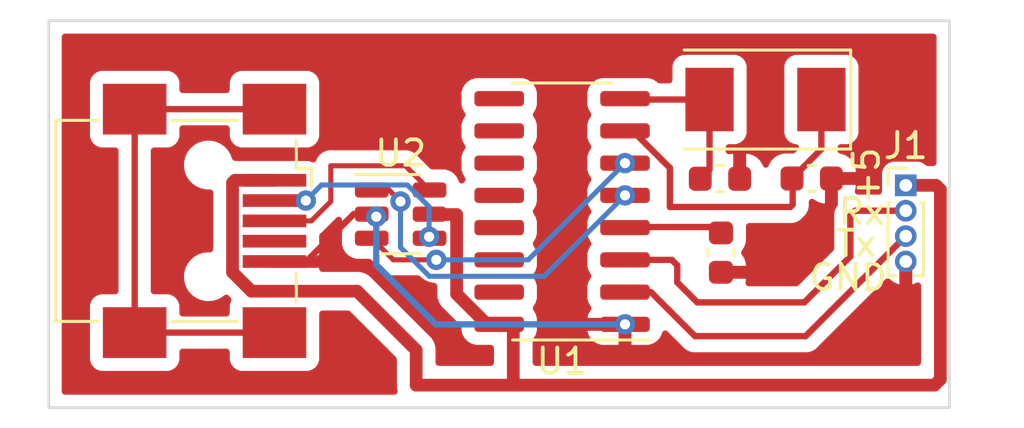
<source format=kicad_pcb>
(kicad_pcb (version 20211014) (generator pcbnew)
  (title_block (title "uTs") (date "2022-03-20"))
  (layers (0 "F.Cu" signal) (31 "B.Cu" signal) (34 "B.Paste" user) (35 "F.Paste" user) (36 "B.SilkS" user "B.Silkscreen") (37 "F.SilkS" user "F.Silkscreen") (38 "B.Mask" user) (39 "F.Mask" user) (44 "Edge.Cuts" user))
  (net 0 "")
  (net 1 "Net-(C1-Pad1)")
  (net 2 "GND")
  (net 3 "Net-(C2-Pad1)")
  (net 4 "Net-(C3-Pad2)")
  (net 5 "+5V")
  (net 6 "Net-(J1-Pad2)")
  (net 7 "Net-(J1-Pad3)")
  (net 8 "USB_D-")
  (net 9 "USB_D+")
  (net 11 "unconnected-(J2-Pad6)")
  (net 12 "D+")
  (net 13 "D-")
  (footprint "Capacitor_SMD:C_0603_1608Metric" (layer "F.Cu") (at 141.72 80.14)
    (fp_text reference "C2")
    (fp_text value "22pf")
    (fp_line (start -0.14058 -0.51) (end 0.14058 -0.51) (layer "F.SilkS") (width 0.12))
    (fp_line (start -0.14058 0.51) (end 0.14058 0.51) (layer "F.SilkS") (width 0.12))
    (pad "1" smd roundrect (at -0.775 0) (size 0.9 0.95) (layers "F.Cu" "F.Paste" "F.Mask") (net 3 "Net-(C2-Pad1)"))
    (pad "2" smd roundrect (at 0.775 0) (size 0.9 0.95) (layers "F.Cu" "F.Paste" "F.Mask") (net 2 "GND"))
  )
  (footprint "Connector_PinHeader_1.00mm:PinHeader_1x04_P1.00mm_Vertical" (layer "F.Cu") (at 149.03 80.4)
    (fp_text reference "J1" (at 0 -1.56) (layer "F.SilkS"))
    (fp_text value "Conn_01x04")
    (fp_line (start 0.394493 3.56) (end 0.695 3.56) (layer "F.SilkS") (width 0.12))
    (fp_line (start 0.608276 0.685) (end 0.695 0.685) (layer "F.SilkS") (width 0.12))
    (fp_line (start -0.695 -0.685) (end 0 -0.685) (layer "F.SilkS") (width 0.12))
    (fp_line (start -0.695 0.685) (end -0.695 3.56) (layer "F.SilkS") (width 0.12))
    (fp_line (start -0.695 0) (end -0.695 -0.685) (layer "F.SilkS") (width 0.12))
    (fp_line (start -0.695 3.56) (end -0.394493 3.56) (layer "F.SilkS") (width 0.12))
    (fp_line (start -0.695 0.685) (end -0.608276 0.685) (layer "F.SilkS") (width 0.12))
    (fp_line (start 0.695 0.685) (end 0.695 3.56) (layer "F.SilkS") (width 0.12))
    (pad "1" thru_hole rect (at 0 0) (size 0.85 0.85) (drill 0.5) (layers *.Cu *.Mask) (net 5 "+5V"))
    (pad "2" thru_hole oval (at 0 1) (size 0.85 0.85) (drill 0.5) (layers *.Cu *.Mask) (net 6 "Net-(J1-Pad2)"))
    (pad "3" thru_hole oval (at 0 2) (size 0.85 0.85) (drill 0.5) (layers *.Cu *.Mask) (net 7 "Net-(J1-Pad3)"))
    (pad "4" thru_hole oval (at 0 3) (size 0.85 0.85) (drill 0.5) (layers *.Cu *.Mask) (net 2 "GND"))
  )
  (footprint "Package_TO_SOT_SMD:SOT-23-6" (layer "F.Cu") (at 129.159 81.534)
    (fp_text reference "U2" (at 0 -2.4) (layer "F.SilkS"))
    (fp_text value "USBLC6-2SC6")
    (fp_line (start 0 -1.56) (end -1.8 -1.56) (layer "F.SilkS") (width 0.12))
    (fp_line (start 0 -1.56) (end 0.8 -1.56) (layer "F.SilkS") (width 0.12))
    (fp_line (start 0 1.56) (end 0.8 1.56) (layer "F.SilkS") (width 0.12))
    (fp_line (start 0 1.56) (end -0.8 1.56) (layer "F.SilkS") (width 0.12))
    (pad "1" smd roundrect (at -1.1375 -0.95) (size 1.325 0.6) (layers "F.Cu" "F.Paste" "F.Mask") (net 12 "D+"))
    (pad "2" smd roundrect (at -1.1375 0) (size 1.325 0.6) (layers "F.Cu" "F.Paste" "F.Mask") (net 2 "GND"))
    (pad "3" smd roundrect (at -1.1375 0.95) (size 1.325 0.6) (layers "F.Cu" "F.Paste" "F.Mask") (net 13 "D-"))
    (pad "4" smd roundrect (at 1.1375 0.95) (size 1.325 0.6) (layers "F.Cu" "F.Paste" "F.Mask") (net 8 "USB_D-"))
    (pad "5" smd roundrect (at 1.1375 0) (size 1.325 0.6) (layers "F.Cu" "F.Paste" "F.Mask") (net 5 "+5V"))
    (pad "6" smd roundrect (at 1.1375 -0.95) (size 1.325 0.6) (layers "F.Cu" "F.Paste" "F.Mask") (net 9 "USB_D+"))
  )
  (footprint "Connector_USB:USB_Mini-B_Wuerth_65100516121_Horizontal" (layer "F.Cu") (at 121.595 81.8 -90)
    (fp_text reference "J2")
    (fp_text value "USB_B_Mini")
    (fp_line (start -2.05 -4.05) (end -1.35 -4.05) (layer "F.SilkS") (width 0.12))
    (fp_line (start 2.05 -3.46) (end 3.2 -3.46) (layer "F.SilkS") (width 0.12))
    (fp_line (start 3.96 6.01) (end 3.96 4.35) (layer "F.SilkS") (width 0.12))
    (fp_line (start -3.96 4.35) (end -3.96 6.01) (layer "F.SilkS") (width 0.12))
    (fp_line (start -3.2 -3.46) (end -2.05 -3.46) (layer "F.SilkS") (width 0.12))
    (fp_line (start -3.96 6.01) (end 3.96 6.01) (layer "F.SilkS") (width 0.12))
    (fp_line (start -3.96 1.45) (end -3.96 -1.15) (layer "F.SilkS") (width 0.12))
    (fp_line (start -2.05 -3.46) (end -2.05 -4.05) (layer "F.SilkS") (width 0.12))
    (fp_line (start 3.96 -1.15) (end 3.96 1.45) (layer "F.SilkS") (width 0.12))
    (pad "" np_thru_hole circle (at 2.2 0 270) (size 0.9 0.9) (drill 0.9) (layers *.Cu *.Mask))
    (pad "" np_thru_hole circle (at -2.2 0 270) (size 0.9 0.9) (drill 0.9) (layers *.Cu *.Mask))
    (pad "1" smd rect (at -1.6 -2.6 270) (size 0.5 2.5) (layers "F.Cu" "F.Paste" "F.Mask") (net 5 "+5V"))
    (pad "2" smd rect (at -0.8 -2.6 270) (size 0.5 2.5) (layers "F.Cu" "F.Paste" "F.Mask") (net 8 "USB_D-"))
    (pad "3" smd rect (at 0 -2.6 270) (size 0.5 2.5) (layers "F.Cu" "F.Paste" "F.Mask") (net 9 "USB_D+"))
    (pad "4" smd rect (at 0.8 -2.6 270) (size 0.5 2.5) (layers "F.Cu" "F.Paste" "F.Mask"))
    (pad "5" smd rect (at 1.6 -2.6 270) (size 0.5 2.5) (layers "F.Cu" "F.Paste" "F.Mask") (net 2 "GND"))
    (pad "6" smd rect (at 4.4 -2.6 270) (size 2 2.5) (layers "F.Cu" "F.Paste" "F.Mask") (net 11 "unconnected-(J2-Pad6)"))
    (pad "6" smd rect (at 4.4 2.9 270) (size 2 2.5) (layers "F.Cu" "F.Paste" "F.Mask") (net 11 "unconnected-(J2-Pad6)"))
    (pad "6" smd rect (at -4.4 2.9 270) (size 2 2.5) (layers "F.Cu" "F.Paste" "F.Mask") (net 11 "unconnected-(J2-Pad6)"))
    (pad "6" smd rect (at -4.4 -2.6 270) (size 2 2.5) (layers "F.Cu" "F.Paste" "F.Mask") (net 11 "unconnected-(J2-Pad6)"))
  )
  (footprint "Capacitor_SMD:C_0603_1608Metric" (layer "F.Cu") (at 141.76 83.05 90)
    (fp_text reference "C3")
    (fp_text value "4.7nf")
    (fp_line (start -0.14058 -0.51) (end 0.14058 -0.51) (layer "F.SilkS") (width 0.12))
    (fp_line (start -0.14058 0.51) (end 0.14058 0.51) (layer "F.SilkS") (width 0.12))
    (pad "1" smd roundrect (at -0.775 0 90) (size 0.9 0.95) (layers "F.Cu" "F.Paste" "F.Mask") (net 2 "GND"))
    (pad "2" smd roundrect (at 0.775 0 90) (size 0.9 0.95) (layers "F.Cu" "F.Paste" "F.Mask") (net 4 "Net-(C3-Pad2)"))
  )
  (footprint "Capacitor_SMD:C_0603_1608Metric" (layer "F.Cu") (at 145.33 80.13)
    (fp_text reference "C1")
    (fp_text value "22pf")
    (fp_line (start -0.14058 -0.51) (end 0.14058 -0.51) (layer "F.SilkS") (width 0.12))
    (fp_line (start -0.14058 0.51) (end 0.14058 0.51) (layer "F.SilkS") (width 0.12))
    (pad "1" smd roundrect (at -0.775 0) (size 0.9 0.95) (layers "F.Cu" "F.Paste" "F.Mask") (net 1 "Net-(C1-Pad1)"))
    (pad "2" smd roundrect (at 0.775 0) (size 0.9 0.95) (layers "F.Cu" "F.Paste" "F.Mask") (net 2 "GND"))
  )
  (footprint "Crystal:Crystal_SMD_0603-2Pin_6.0x3.5mm" (layer "F.Cu") (at 143.51 77.02 180)
    (fp_text reference "Y1")
    (fp_text value "12MHz")
    (fp_line (start -3.35 -1.95) (end -3.35 1.95) (layer "F.SilkS") (width 0.12))
    (fp_line (start 3.2 -1.95) (end -3.35 -1.95) (layer "F.SilkS") (width 0.12))
    (fp_line (start -3.35 1.95) (end 3.2 1.95) (layer "F.SilkS") (width 0.12))
    (pad "1" smd rect (at -2.2 0 180) (size 1.9 2.5) (layers "F.Cu" "F.Paste" "F.Mask") (net 1 "Net-(C1-Pad1)"))
    (pad "2" smd rect (at 2.2 0 180) (size 1.9 2.5) (layers "F.Cu" "F.Paste" "F.Mask") (net 3 "Net-(C2-Pad1)"))
  )
  (footprint "Package_SO:SOIC-16_3.9x9.9mm_P1.27mm" (layer "F.Cu") (at 135.51 81.43 180)
    (fp_text reference "U1" (at 0 -5.9) (layer "F.SilkS"))
    (fp_text value "CH340G")
    (fp_line (start 0 -5.06) (end -3.45 -5.06) (layer "F.SilkS") (width 0.12))
    (fp_line (start 0 5.06) (end 1.95 5.06) (layer "F.SilkS") (width 0.12))
    (fp_line (start 0 -5.06) (end 1.95 -5.06) (layer "F.SilkS") (width 0.12))
    (fp_line (start 0 5.06) (end -1.95 5.06) (layer "F.SilkS") (width 0.12))
    (pad "1" smd roundrect (at -2.475 -4.445 180) (size 1.95 0.6) (layers "F.Cu" "F.Paste" "F.Mask") (net 2 "GND"))
    (pad "2" smd roundrect (at -2.475 -3.175 180) (size 1.95 0.6) (layers "F.Cu" "F.Paste" "F.Mask") (net 7 "Net-(J1-Pad3)"))
    (pad "3" smd roundrect (at -2.475 -1.905 180) (size 1.95 0.6) (layers "F.Cu" "F.Paste" "F.Mask") (net 6 "Net-(J1-Pad2)"))
    (pad "4" smd roundrect (at -2.475 -0.635 180) (size 1.95 0.6) (layers "F.Cu" "F.Paste" "F.Mask") (net 4 "Net-(C3-Pad2)"))
    (pad "5" smd roundrect (at -2.475 0.635 180) (size 1.95 0.6) (layers "F.Cu" "F.Paste" "F.Mask") (net 12 "D+"))
    (pad "6" smd roundrect (at -2.475 1.905 180) (size 1.95 0.6) (layers "F.Cu" "F.Paste" "F.Mask") (net 13 "D-"))
    (pad "7" smd roundrect (at -2.475 3.175 180) (size 1.95 0.6) (layers "F.Cu" "F.Paste" "F.Mask") (net 1 "Net-(C1-Pad1)"))
    (pad "8" smd roundrect (at -2.475 4.445 180) (size 1.95 0.6) (layers "F.Cu" "F.Paste" "F.Mask") (net 3 "Net-(C2-Pad1)"))
    (pad "9" smd roundrect (at 2.475 4.445 180) (size 1.95 0.6) (layers "F.Cu" "F.Paste" "F.Mask"))
    (pad "10" smd roundrect (at 2.475 3.175 180) (size 1.95 0.6) (layers "F.Cu" "F.Paste" "F.Mask"))
    (pad "11" smd roundrect (at 2.475 1.905 180) (size 1.95 0.6) (layers "F.Cu" "F.Paste" "F.Mask"))
    (pad "12" smd roundrect (at 2.475 0.635 180) (size 1.95 0.6) (layers "F.Cu" "F.Paste" "F.Mask"))
    (pad "13" smd roundrect (at 2.475 -0.635 180) (size 1.95 0.6) (layers "F.Cu" "F.Paste" "F.Mask"))
    (pad "14" smd roundrect (at 2.475 -1.905 180) (size 1.95 0.6) (layers "F.Cu" "F.Paste" "F.Mask"))
    (pad "15" smd roundrect (at 2.475 -3.175 180) (size 1.95 0.6) (layers "F.Cu" "F.Paste" "F.Mask"))
    (pad "16" smd roundrect (at 2.475 -4.445 180) (size 1.95 0.6) (layers "F.Cu" "F.Paste" "F.Mask") (net 5 "+5V"))
  )
  (gr_rect (start 115.316 73.914) (end 150.749 89.154) (layer "Edge.Cuts") (width 0.1) (fill none))
  (gr_text "Rx\n" (at 147.3 81.44) (layer "F.SilkS") (effects (font (size 1 1))))
  (gr_text "Tx\n" (at 147.07 82.69) (layer "F.SilkS") (effects (font (size 1 1))))
  (gr_text "GND" (at 146.76 84.03) (layer "F.SilkS") (effects (font (size 1 1))))
  (gr_text "+5\n" (at 147.48 80.01 90) (layer "F.SilkS") (effects (font (size 1 1))))
  (segment (start 144.58 80.155) (end 144.555 80.13) (width 0.25) (layer "F.Cu") (net 1))
  (segment (start 145.71 78.975) (end 144.555 80.13) (width 0.25) (layer "F.Cu") (net 1))
  (segment (start 139.75 81.25) (end 144.49 81.25) (width 0.25) (layer "F.Cu") (net 1))
  (segment (start 137.985 78.255) (end 138.290361 78.255) (width 0.25) (layer "F.Cu") (net 1))
  (segment (start 138.290361 78.255) (end 139.75 79.714639) (width 0.25) (layer "F.Cu") (net 1))
  (segment (start 145.71 77.02) (end 145.71 78.975) (width 0.25) (layer "F.Cu") (net 1))
  (segment (start 144.58 81.16) (end 144.58 80.155) (width 0.25) (layer "F.Cu") (net 1))
  (segment (start 139.75 79.714639) (end 139.75 81.25) (width 0.25) (layer "F.Cu") (net 1))
  (segment (start 144.49 81.25) (end 144.58 81.16) (width 0.25) (layer "F.Cu") (net 1))
  (segment (start 128.0215 81.534) (end 127.310022 81.534) (width 0.25) (layer "F.Cu") (net 2))
  (segment (start 127.310022 81.534) (end 125.444022 83.4) (width 0.25) (layer "F.Cu") (net 2))
  (segment (start 128.0215 81.534) (end 128.0105 81.534) (width 0.25) (layer "F.Cu") (net 2))
  (segment (start 125.444022 83.4) (end 124.195 83.4) (width 0.25) (layer "F.Cu") (net 2))
  (segment (start 128.0215 81.534) (end 128.0995 81.534) (width 0.25) (layer "F.Cu") (net 2))
  (via (at 137.985 85.875) (size 0.8) (drill 0.4) (layers "F.Cu" "B.Cu") (net 2))
  (via (at 128.2 81.6345) (size 0.8) (drill 0.4) (layers "F.Cu" "B.Cu") (net 2))
  (segment (start 128.2 81.6345) (end 128.2 83.53) (width 0.25) (layer "B.Cu") (net 2))
  (segment (start 128.2 83.53) (end 130.545 85.875) (width 0.25) (layer "B.Cu") (net 2))
  (segment (start 130.545 85.875) (end 137.985 85.875) (width 0.25) (layer "B.Cu") (net 2))
  (segment (start 138.492 76.962) (end 138.55 77.02) (width 0.25) (layer "F.Cu") (net 3))
  (segment (start 138.55 77.02) (end 141.31 77.02) (width 0.25) (layer "F.Cu") (net 3))
  (segment (start 141.31 79.775) (end 141.31 77.02) (width 0.25) (layer "F.Cu") (net 3))
  (segment (start 140.945 80.14) (end 141.31 79.775) (width 0.25) (layer "F.Cu") (net 3))
  (segment (start 138.492 82.042) (end 141.527 82.042) (width 0.25) (layer "F.Cu") (net 4))
  (segment (start 141.527 82.042) (end 141.76 82.275) (width 0.25) (layer "F.Cu") (net 4))
  (segment (start 150.39 80.57) (end 150.22 80.4) (width 0.5) (layer "F.Cu") (net 5))
  (segment (start 150.22 80.4) (end 149.03 80.4) (width 0.5) (layer "F.Cu") (net 5))
  (segment (start 130.2965 81.534) (end 130.786138 81.534) (width 0.5) (layer "F.Cu") (net 5))
  (segment (start 122.544521 83.824521) (end 123.29 84.57) (width 0.5) (layer "F.Cu") (net 5))
  (segment (start 130.802138 81.55) (end 131.36 81.55) (width 0.5) (layer "F.Cu") (net 5))
  (segment (start 122.644042 80.2) (end 122.544521 80.299521) (width 0.5) (layer "F.Cu") (net 5))
  (segment (start 130.786138 81.534) (end 130.802138 81.55) (width 0.5) (layer "F.Cu") (net 5))
  (segment (start 127.45 84.57) (end 129.77 86.89) (width 0.5) (layer "F.Cu") (net 5))
  (segment (start 122.644042 80.2) (end 124.195 80.2) (width 0.5) (layer "F.Cu") (net 5))
  (segment (start 150.16 88.27) (end 150.39 88.04) (width 0.5) (layer "F.Cu") (net 5))
  (segment (start 131.36 84.682138) (end 132.552862 85.875) (width 0.5) (layer "F.Cu") (net 5))
  (segment (start 133.59 88.27) (end 133.59 85.9) (width 0.5) (layer "F.Cu") (net 5))
  (segment (start 133.542 85.852) (end 133.059862 85.852) (width 0.5) (layer "F.Cu") (net 5))
  (segment (start 150.39 88.04) (end 150.39 80.57) (width 0.5) (layer "F.Cu") (net 5))
  (segment (start 133.59 88.27) (end 150.16 88.27) (width 0.5) (layer "F.Cu") (net 5))
  (segment (start 123.29 84.57) (end 127.45 84.57) (width 0.5) (layer "F.Cu") (net 5))
  (segment (start 133.59 85.9) (end 133.542 85.852) (width 0.5) (layer "F.Cu") (net 5))
  (segment (start 122.544521 80.299521) (end 122.544521 83.824521) (width 0.5) (layer "F.Cu") (net 5))
  (segment (start 132.552862 85.875) (end 133.035 85.875) (width 0.5) (layer "F.Cu") (net 5))
  (segment (start 131.36 81.55) (end 131.36 84.682138) (width 0.5) (layer "F.Cu") (net 5))
  (segment (start 129.77 88.27) (end 133.59 88.27) (width 0.5) (layer "F.Cu") (net 5))
  (segment (start 129.77 86.89) (end 129.77 88.27) (width 0.5) (layer "F.Cu") (net 5))
  (segment (start 140.04 83.55) (end 139.825 83.335) (width 0.25) (layer "F.Cu") (net 6))
  (segment (start 140.04 84.22) (end 140.04 83.55) (width 0.25) (layer "F.Cu") (net 6))
  (segment (start 145.04 85.01) (end 146.85 83.2) (width 0.25) (layer "F.Cu") (net 6))
  (segment (start 140.83 85.01) (end 140.04 84.22) (width 0.25) (layer "F.Cu") (net 6))
  (segment (start 146.85 81.59) (end 147.04 81.4) (width 0.25) (layer "F.Cu") (net 6))
  (segment (start 146.85 83.2) (end 146.85 81.59) (width 0.25) (layer "F.Cu") (net 6))
  (segment (start 147.04 81.4) (end 149.03 81.4) (width 0.25) (layer "F.Cu") (net 6))
  (segment (start 145.04 85.01) (end 140.83 85.01) (width 0.25) (layer "F.Cu") (net 6))
  (segment (start 139.825 83.335) (end 137.985 83.335) (width 0.25) (layer "F.Cu") (net 6))
  (segment (start 139.005 84.605) (end 140.74 86.34) (width 0.25) (layer "F.Cu") (net 7))
  (segment (start 137.985 84.605) (end 139.005 84.605) (width 0.25) (layer "F.Cu") (net 7))
  (segment (start 140.74 86.34) (end 145.09 86.34) (width 0.25) (layer "F.Cu") (net 7))
  (segment (start 145.09 86.34) (end 149.03 82.4) (width 0.25) (layer "F.Cu") (net 7))
  (segment (start 125.427736 81) (end 125.428234 81.000498) (width 0.2) (layer "F.Cu") (net 8))
  (segment (start 124.195 81) (end 125.427736 81) (width 0.2) (layer "F.Cu") (net 8))
  (via (at 130.278716 82.426774) (size 0.8) (drill 0.4) (layers "F.Cu" "B.Cu") (net 8))
  (via (at 125.428234 81.000498) (size 0.8) (drill 0.4) (layers "F.Cu" "B.Cu") (net 8))
  (segment (start 129.421933 80.386165) (end 130.278716 81.242948) (width 0.2) (layer "B.Cu") (net 8))
  (segment (start 126.042567 80.386165) (end 129.421933 80.386165) (width 0.2) (layer "B.Cu") (net 8))
  (segment (start 125.428234 81.000498) (end 126.042567 80.386165) (width 0.2) (layer "B.Cu") (net 8))
  (segment (start 130.278716 81.242948) (end 130.278716 82.426774) (width 0.2) (layer "B.Cu") (net 8))
  (segment (start 126.41 79.63) (end 129.3425 79.63) (width 0.2) (layer "F.Cu") (net 9))
  (segment (start 124.195 81.8) (end 125.645 81.8) (width 0.2) (layer "F.Cu") (net 9))
  (segment (start 125.645 81.8) (end 126.41 81.035) (width 0.2) (layer "F.Cu") (net 9))
  (segment (start 129.3425 79.63) (end 130.2965 80.584) (width 0.2) (layer "F.Cu") (net 9))
  (segment (start 126.41 81.035) (end 126.41 79.63) (width 0.2) (layer "F.Cu") (net 9))
  (segment (start 118.695 86.2) (end 124.195 86.2) (width 0.25) (layer "F.Cu") (net 11))
  (segment (start 124.195 77.4) (end 118.695 77.4) (width 0.25) (layer "F.Cu") (net 11))
  (segment (start 118.695 86.2) (end 118.695 77.4) (width 0.25) (layer "F.Cu") (net 11))
  (segment (start 128.70122 80.584) (end 129.152896 81.035676) (width 0.2) (layer "F.Cu") (net 12))
  (segment (start 128.0215 80.584) (end 128.70122 80.584) (width 0.2) (layer "F.Cu") (net 12))
  (via (at 129.152896 81.035676) (size 0.8) (drill 0.4) (layers "F.Cu" "B.Cu") (net 12))
  (via (at 137.985 80.795) (size 0.8) (drill 0.4) (layers "F.Cu" "B.Cu") (net 12))
  (segment (start 134.796989 83.983011) (end 137.985 80.795) (width 0.2) (layer "B.Cu") (net 12))
  (segment (start 129.152896 81.035676) (end 129.152896 82.844444) (width 0.2) (layer "B.Cu") (net 12))
  (segment (start 129.152896 82.844444) (end 130.291463 83.983011) (width 0.2) (layer "B.Cu") (net 12))
  (segment (start 130.291463 83.983011) (end 134.796989 83.983011) (width 0.2) (layer "B.Cu") (net 12))
  (segment (start 128.871 83.3335) (end 130.5605 83.3335) (width 0.2) (layer "F.Cu") (net 13))
  (segment (start 128.0215 82.484) (end 128.871 83.3335) (width 0.2) (layer "F.Cu") (net 13))
  (via (at 137.985 79.525) (size 0.8) (drill 0.4) (layers "F.Cu" "B.Cu") (net 13))
  (via (at 130.5605 83.3335) (size 0.8) (drill 0.4) (layers "F.Cu" "B.Cu") (net 13))
  (segment (start 130.5605 83.3335) (end 134.1765 83.3335) (width 0.2) (layer "B.Cu") (net 13))
  (segment (start 134.1765 83.3335) (end 137.985 79.525) (width 0.2) (layer "B.Cu") (net 13))
  (zone (net 2) (net_name "GND") (layer "F.Cu") (connect_pads (clearance 0.508)) (min_thickness 0.254) (fill yes (thermal_gap 0.508) (thermal_bridge_width 0.508))
    (polygon (pts (xy 151.57 89.97) (xy 114.5 89.97) (xy 114.5 73.1) (xy 151.57 73.1)))
  )
)
</source>
